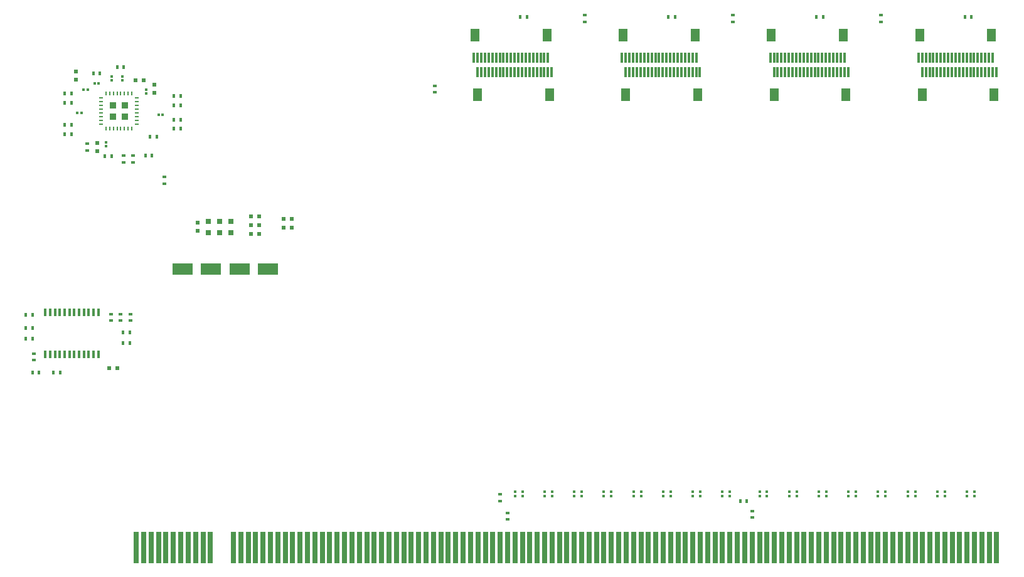
<source format=gbr>
%TF.GenerationSoftware,KiCad,Pcbnew,(5.1.5)-3*%
%TF.CreationDate,2022-02-01T02:21:16+01:00*%
%TF.ProjectId,Riser Leopard 2OU PCIe x8 4xOculink,52697365-7220-44c6-956f-706172642032,rev?*%
%TF.SameCoordinates,PX459e440PY54cbc38*%
%TF.FileFunction,Paste,Top*%
%TF.FilePolarity,Positive*%
%FSLAX46Y46*%
G04 Gerber Fmt 4.6, Leading zero omitted, Abs format (unit mm)*
G04 Created by KiCad (PCBNEW (5.1.5)-3) date 2022-02-01 02:21:16*
%MOMM*%
%LPD*%
G04 APERTURE LIST*
%ADD10R,0.400000X0.600000*%
%ADD11R,0.800000X4.200000*%
%ADD12R,2.800000X1.600000*%
%ADD13R,0.600000X0.500000*%
%ADD14R,0.750000X0.800000*%
%ADD15R,0.500000X0.600000*%
%ADD16R,0.350000X0.300000*%
%ADD17R,0.300000X0.350000*%
%ADD18R,0.310000X1.400000*%
%ADD19R,1.200000X1.800000*%
%ADD20R,0.600000X0.400000*%
%ADD21R,0.930000X0.930000*%
%ADD22R,0.250000X0.600000*%
%ADD23R,0.600000X0.250000*%
%ADD24R,0.400000X1.100000*%
G04 APERTURE END LIST*
D10*
%TO.C,R34*%
X14800000Y-17035000D03*
X15700000Y-17035000D03*
%TD*%
D11*
%TO.C,J1*%
X74700000Y-46085000D03*
X77700000Y-46085000D03*
X85700000Y-46085000D03*
X97700000Y-46085000D03*
X86700000Y-46085000D03*
X89700000Y-46085000D03*
X73700000Y-46085000D03*
X80700000Y-46085000D03*
X91700000Y-46085000D03*
X93700000Y-46085000D03*
X81700000Y-46085000D03*
X75700000Y-46085000D03*
X87700000Y-46085000D03*
X94700000Y-46085000D03*
X95700000Y-46085000D03*
X84700000Y-46085000D03*
X90700000Y-46085000D03*
X83700000Y-46085000D03*
X79700000Y-46085000D03*
X76700000Y-46085000D03*
X82700000Y-46085000D03*
X99700000Y-46085000D03*
X98700000Y-46085000D03*
X88700000Y-46085000D03*
X78700000Y-46085000D03*
X92700000Y-46085000D03*
X96700000Y-46085000D03*
X72700000Y-46085000D03*
X64700000Y-46085000D03*
X58700000Y-46085000D03*
X60700000Y-46085000D03*
X56700000Y-46085000D03*
X50700000Y-46085000D03*
X48700000Y-46085000D03*
X40700000Y-46085000D03*
X55700000Y-46085000D03*
X46700000Y-46085000D03*
X42700000Y-46085000D03*
X54700000Y-46085000D03*
X44700000Y-46085000D03*
X41700000Y-46085000D03*
X52700000Y-46085000D03*
X71700000Y-46085000D03*
X70700000Y-46085000D03*
X69700000Y-46085000D03*
X68700000Y-46085000D03*
X59700000Y-46085000D03*
X57700000Y-46085000D03*
X51700000Y-46085000D03*
X49700000Y-46085000D03*
X66700000Y-46085000D03*
X67700000Y-46085000D03*
X45700000Y-46085000D03*
X61700000Y-46085000D03*
X53700000Y-46085000D03*
X43700000Y-46085000D03*
X65700000Y-46085000D03*
X47700000Y-46085000D03*
X63700000Y-46085000D03*
X62700000Y-46085000D03*
X29700000Y-46085000D03*
X16600000Y-46085000D03*
X36700000Y-46085000D03*
X35700000Y-46085000D03*
X34700000Y-46085000D03*
X33700000Y-46085000D03*
X31700000Y-46085000D03*
X30700000Y-46085000D03*
X39700000Y-46085000D03*
X38700000Y-46085000D03*
X32700000Y-46085000D03*
X37700000Y-46085000D03*
X21600000Y-46085000D03*
X24600000Y-46085000D03*
X23600000Y-46085000D03*
X19600000Y-46085000D03*
X22600000Y-46085000D03*
X20600000Y-46085000D03*
X25600000Y-46085000D03*
X26600000Y-46085000D03*
X17600000Y-46085000D03*
X18600000Y-46085000D03*
X100700000Y-46085000D03*
X101700000Y-46085000D03*
X102700000Y-46085000D03*
X103700000Y-46085000D03*
X104700000Y-46085000D03*
X105700000Y-46085000D03*
X106700000Y-46085000D03*
X107700000Y-46085000D03*
X108700000Y-46085000D03*
X109700000Y-46085000D03*
X110700000Y-46085000D03*
X111700000Y-46085000D03*
X112700000Y-46085000D03*
X113700000Y-46085000D03*
X114700000Y-46085000D03*
X115700000Y-46085000D03*
X116700000Y-46085000D03*
X117700000Y-46085000D03*
X118700000Y-46085000D03*
X119700000Y-46085000D03*
X120700000Y-46085000D03*
X121700000Y-46085000D03*
X122700000Y-46085000D03*
X123700000Y-46085000D03*
X124700000Y-46085000D03*
X125700000Y-46085000D03*
X126700000Y-46085000D03*
X127700000Y-46085000D03*
X128700000Y-46085000D03*
X129700000Y-46085000D03*
X130700000Y-46085000D03*
X131700000Y-46085000D03*
X132700000Y-46085000D03*
%TD*%
D12*
%TO.C,C1*%
X30550000Y-8485000D03*
X34350000Y-8485000D03*
%TD*%
D13*
%TO.C,C2*%
X32100000Y-1385000D03*
X33200000Y-1385000D03*
%TD*%
%TO.C,C3*%
X33200000Y-2560000D03*
X32100000Y-2560000D03*
%TD*%
%TO.C,C4*%
X33200000Y-3735000D03*
X32100000Y-3735000D03*
%TD*%
%TO.C,C5*%
X37600000Y-1685000D03*
X36500000Y-1685000D03*
%TD*%
%TO.C,C6*%
X36495001Y-2890001D03*
X37595001Y-2890001D03*
%TD*%
D12*
%TO.C,C7*%
X22875000Y-8485000D03*
X26675000Y-8485000D03*
%TD*%
D14*
%TO.C,C8*%
X29400000Y-2035000D03*
X29400000Y-3535000D03*
%TD*%
%TO.C,C9*%
X27850000Y-3535000D03*
X27850000Y-2035000D03*
%TD*%
%TO.C,C10*%
X26300000Y-2035000D03*
X26300000Y-3535000D03*
%TD*%
D15*
%TO.C,C11*%
X24875000Y-3335000D03*
X24875000Y-2235000D03*
%TD*%
D16*
%TO.C,C12*%
X83700000Y-38555000D03*
X83700000Y-39115000D03*
%TD*%
%TO.C,C13*%
X87700000Y-38555000D03*
X87700000Y-39115000D03*
%TD*%
%TO.C,C14*%
X91700000Y-38555000D03*
X91700000Y-39115000D03*
%TD*%
%TO.C,C15*%
X95700000Y-39115000D03*
X95700000Y-38555000D03*
%TD*%
%TO.C,C16*%
X84700000Y-39115000D03*
X84700000Y-38555000D03*
%TD*%
%TO.C,C17*%
X88700000Y-39115000D03*
X88700000Y-38555000D03*
%TD*%
%TO.C,C18*%
X92700000Y-39115000D03*
X92700000Y-38555000D03*
%TD*%
%TO.C,C19*%
X96700000Y-39115000D03*
X96700000Y-38555000D03*
%TD*%
%TO.C,C20*%
X67700000Y-38555000D03*
X67700000Y-39115000D03*
%TD*%
%TO.C,C21*%
X71700000Y-38555000D03*
X71700000Y-39115000D03*
%TD*%
%TO.C,C22*%
X75700000Y-38555000D03*
X75700000Y-39115000D03*
%TD*%
%TO.C,C23*%
X79700000Y-38555000D03*
X79700000Y-39115000D03*
%TD*%
%TO.C,C24*%
X68700000Y-39115000D03*
X68700000Y-38555000D03*
%TD*%
%TO.C,C25*%
X72700000Y-39115000D03*
X72700000Y-38555000D03*
%TD*%
%TO.C,C26*%
X76700000Y-39115000D03*
X76700000Y-38555000D03*
%TD*%
%TO.C,C27*%
X80700000Y-39115000D03*
X80700000Y-38555000D03*
%TD*%
%TO.C,C28*%
X116700000Y-38555000D03*
X116700000Y-39115000D03*
%TD*%
%TO.C,C29*%
X120700000Y-39115000D03*
X120700000Y-38555000D03*
%TD*%
%TO.C,C30*%
X124700000Y-39115000D03*
X124700000Y-38555000D03*
%TD*%
%TO.C,C31*%
X128700000Y-39115000D03*
X128700000Y-38555000D03*
%TD*%
%TO.C,C32*%
X117700000Y-38555000D03*
X117700000Y-39115000D03*
%TD*%
%TO.C,C33*%
X121700000Y-38555000D03*
X121700000Y-39115000D03*
%TD*%
%TO.C,C34*%
X125700000Y-38555000D03*
X125700000Y-39115000D03*
%TD*%
%TO.C,C35*%
X129700000Y-38555000D03*
X129700000Y-39115000D03*
%TD*%
%TO.C,C36*%
X100700000Y-39115000D03*
X100700000Y-38555000D03*
%TD*%
%TO.C,C37*%
X104700000Y-39115000D03*
X104700000Y-38555000D03*
%TD*%
%TO.C,C38*%
X108700000Y-39115000D03*
X108700000Y-38555000D03*
%TD*%
%TO.C,C39*%
X112700000Y-38555000D03*
X112700000Y-39115000D03*
%TD*%
%TO.C,C40*%
X101700000Y-38555000D03*
X101700000Y-39115000D03*
%TD*%
%TO.C,C41*%
X105700000Y-38555000D03*
X105700000Y-39115000D03*
%TD*%
%TO.C,C42*%
X109700000Y-38555000D03*
X109700000Y-39115000D03*
%TD*%
%TO.C,C43*%
X113700000Y-39115000D03*
X113700000Y-38555000D03*
%TD*%
%TO.C,C44*%
X12500000Y8645000D03*
X12500000Y8085000D03*
%TD*%
D17*
%TO.C,C45*%
X11530000Y16615000D03*
X10970000Y16615000D03*
%TD*%
D16*
%TO.C,C46*%
X14700000Y17545000D03*
X14700000Y16985000D03*
%TD*%
D15*
%TO.C,C47*%
X11300000Y8540000D03*
X11300000Y7440000D03*
%TD*%
D13*
%TO.C,C48*%
X17600000Y17015000D03*
X16500000Y17015000D03*
%TD*%
D15*
%TO.C,C49*%
X19075000Y15340000D03*
X19075000Y16440000D03*
%TD*%
%TO.C,C50*%
X8450000Y18165000D03*
X8450000Y17065000D03*
%TD*%
D17*
%TO.C,C51*%
X10030000Y15765000D03*
X9470000Y15765000D03*
%TD*%
%TO.C,C52*%
X19595000Y12365000D03*
X20155000Y12365000D03*
%TD*%
D16*
%TO.C,C53*%
X13300000Y16985000D03*
X13300000Y17545000D03*
%TD*%
D17*
%TO.C,C54*%
X8620000Y12615000D03*
X9180000Y12615000D03*
%TD*%
D16*
%TO.C,C55*%
X17925000Y15770000D03*
X17925000Y15210000D03*
%TD*%
D13*
%TO.C,C56*%
X14050000Y-21835000D03*
X12950000Y-21835000D03*
%TD*%
D18*
%TO.C,J2*%
X82650000Y18125000D03*
X83150000Y18125000D03*
X83650000Y18125000D03*
X84150000Y18125000D03*
X84650000Y18125000D03*
X85150000Y18125000D03*
X85650000Y18125000D03*
X86150000Y18125000D03*
X86650000Y18125000D03*
X87150000Y18125000D03*
X87650000Y18125000D03*
X88150000Y18125000D03*
X88650000Y18125000D03*
X89150000Y18125000D03*
X89650000Y18125000D03*
X90150000Y18125000D03*
X90650000Y18125000D03*
X91150000Y18125000D03*
X91650000Y18125000D03*
X92150000Y18125000D03*
X92650000Y18125000D03*
X82150000Y20025000D03*
X82650000Y20025000D03*
X83150000Y20025000D03*
X83650000Y20025000D03*
X84150000Y20025000D03*
X84650000Y20025000D03*
X85150000Y20025000D03*
X85650000Y20025000D03*
X86150000Y20025000D03*
X86650000Y20025000D03*
X87150000Y20025000D03*
X87650000Y20025000D03*
X88150000Y20025000D03*
X88650000Y20025000D03*
X89150000Y20025000D03*
X89650000Y20025000D03*
X90150000Y20025000D03*
X90650000Y20025000D03*
X91150000Y20025000D03*
X91650000Y20025000D03*
X92150000Y20025000D03*
D19*
X82650000Y15075000D03*
X82300000Y23075000D03*
X92000000Y23075000D03*
X92350000Y15075000D03*
%TD*%
%TO.C,J3*%
X72350000Y15075000D03*
X72000000Y23075000D03*
X62300000Y23075000D03*
X62650000Y15075000D03*
D18*
X72150000Y20025000D03*
X71650000Y20025000D03*
X71150000Y20025000D03*
X70650000Y20025000D03*
X70150000Y20025000D03*
X69650000Y20025000D03*
X69150000Y20025000D03*
X68650000Y20025000D03*
X68150000Y20025000D03*
X67650000Y20025000D03*
X67150000Y20025000D03*
X66650000Y20025000D03*
X66150000Y20025000D03*
X65650000Y20025000D03*
X65150000Y20025000D03*
X64650000Y20025000D03*
X64150000Y20025000D03*
X63650000Y20025000D03*
X63150000Y20025000D03*
X62650000Y20025000D03*
X62150000Y20025000D03*
X72650000Y18125000D03*
X72150000Y18125000D03*
X71650000Y18125000D03*
X71150000Y18125000D03*
X70650000Y18125000D03*
X70150000Y18125000D03*
X69650000Y18125000D03*
X69150000Y18125000D03*
X68650000Y18125000D03*
X68150000Y18125000D03*
X67650000Y18125000D03*
X67150000Y18125000D03*
X66650000Y18125000D03*
X66150000Y18125000D03*
X65650000Y18125000D03*
X65150000Y18125000D03*
X64650000Y18125000D03*
X64150000Y18125000D03*
X63650000Y18125000D03*
X63150000Y18125000D03*
X62650000Y18125000D03*
%TD*%
D19*
%TO.C,J4*%
X132350000Y15075000D03*
X132000000Y23075000D03*
X122300000Y23075000D03*
X122650000Y15075000D03*
D18*
X132150000Y20025000D03*
X131650000Y20025000D03*
X131150000Y20025000D03*
X130650000Y20025000D03*
X130150000Y20025000D03*
X129650000Y20025000D03*
X129150000Y20025000D03*
X128650000Y20025000D03*
X128150000Y20025000D03*
X127650000Y20025000D03*
X127150000Y20025000D03*
X126650000Y20025000D03*
X126150000Y20025000D03*
X125650000Y20025000D03*
X125150000Y20025000D03*
X124650000Y20025000D03*
X124150000Y20025000D03*
X123650000Y20025000D03*
X123150000Y20025000D03*
X122650000Y20025000D03*
X122150000Y20025000D03*
X132650000Y18125000D03*
X132150000Y18125000D03*
X131650000Y18125000D03*
X131150000Y18125000D03*
X130650000Y18125000D03*
X130150000Y18125000D03*
X129650000Y18125000D03*
X129150000Y18125000D03*
X128650000Y18125000D03*
X128150000Y18125000D03*
X127650000Y18125000D03*
X127150000Y18125000D03*
X126650000Y18125000D03*
X126150000Y18125000D03*
X125650000Y18125000D03*
X125150000Y18125000D03*
X124650000Y18125000D03*
X124150000Y18125000D03*
X123650000Y18125000D03*
X123150000Y18125000D03*
X122650000Y18125000D03*
%TD*%
%TO.C,J5*%
X102650000Y18125000D03*
X103150000Y18125000D03*
X103650000Y18125000D03*
X104150000Y18125000D03*
X104650000Y18125000D03*
X105150000Y18125000D03*
X105650000Y18125000D03*
X106150000Y18125000D03*
X106650000Y18125000D03*
X107150000Y18125000D03*
X107650000Y18125000D03*
X108150000Y18125000D03*
X108650000Y18125000D03*
X109150000Y18125000D03*
X109650000Y18125000D03*
X110150000Y18125000D03*
X110650000Y18125000D03*
X111150000Y18125000D03*
X111650000Y18125000D03*
X112150000Y18125000D03*
X112650000Y18125000D03*
X102150000Y20025000D03*
X102650000Y20025000D03*
X103150000Y20025000D03*
X103650000Y20025000D03*
X104150000Y20025000D03*
X104650000Y20025000D03*
X105150000Y20025000D03*
X105650000Y20025000D03*
X106150000Y20025000D03*
X106650000Y20025000D03*
X107150000Y20025000D03*
X107650000Y20025000D03*
X108150000Y20025000D03*
X108650000Y20025000D03*
X109150000Y20025000D03*
X109650000Y20025000D03*
X110150000Y20025000D03*
X110650000Y20025000D03*
X111150000Y20025000D03*
X111650000Y20025000D03*
X112150000Y20025000D03*
D19*
X102650000Y15075000D03*
X102300000Y23075000D03*
X112000000Y23075000D03*
X112350000Y15075000D03*
%TD*%
D20*
%TO.C,R1*%
X66700000Y-42285000D03*
X66700000Y-41385000D03*
%TD*%
D10*
%TO.C,R2*%
X99000000Y-39785000D03*
X98100000Y-39785000D03*
%TD*%
D20*
%TO.C,R3*%
X20400000Y3065000D03*
X20400000Y3965000D03*
%TD*%
%TO.C,R4*%
X99700000Y-42035000D03*
X99700000Y-41135000D03*
%TD*%
%TO.C,R5*%
X65700000Y-38885000D03*
X65700000Y-39785000D03*
%TD*%
%TO.C,R6*%
X77100000Y25815000D03*
X77100000Y24915000D03*
%TD*%
%TO.C,R7*%
X56850000Y15365000D03*
X56850000Y16265000D03*
%TD*%
D10*
%TO.C,R8*%
X88400000Y25565000D03*
X89300000Y25565000D03*
%TD*%
%TO.C,R9*%
X68400000Y25565000D03*
X69300000Y25565000D03*
%TD*%
D20*
%TO.C,R10*%
X117100000Y24915000D03*
X117100000Y25815000D03*
%TD*%
%TO.C,R11*%
X97100000Y24915000D03*
X97100000Y25815000D03*
%TD*%
D10*
%TO.C,R12*%
X129300000Y25565000D03*
X128400000Y25565000D03*
%TD*%
%TO.C,R13*%
X108400000Y25565000D03*
X109300000Y25565000D03*
%TD*%
%TO.C,R14*%
X19375000Y9415000D03*
X18475000Y9415000D03*
%TD*%
D20*
%TO.C,R15*%
X14900000Y5940000D03*
X14900000Y6840000D03*
%TD*%
%TO.C,R16*%
X16125000Y6840000D03*
X16125000Y5940000D03*
%TD*%
D10*
%TO.C,R17*%
X10800000Y17915000D03*
X11700000Y17915000D03*
%TD*%
%TO.C,R18*%
X12375000Y6765000D03*
X13275000Y6765000D03*
%TD*%
%TO.C,R19*%
X17825000Y6865000D03*
X18725000Y6865000D03*
%TD*%
%TO.C,R20*%
X14900000Y18815000D03*
X14000000Y18815000D03*
%TD*%
D20*
%TO.C,R21*%
X9975000Y8440000D03*
X9975000Y7540000D03*
%TD*%
D10*
%TO.C,R22*%
X7850000Y15215000D03*
X6950000Y15215000D03*
%TD*%
%TO.C,R23*%
X6950000Y13990000D03*
X7850000Y13990000D03*
%TD*%
%TO.C,R24*%
X7850000Y10965000D03*
X6950000Y10965000D03*
%TD*%
%TO.C,R25*%
X6950000Y9740000D03*
X7850000Y9740000D03*
%TD*%
%TO.C,R26*%
X22600000Y11690000D03*
X21700000Y11690000D03*
%TD*%
%TO.C,R27*%
X21700000Y10465000D03*
X22600000Y10465000D03*
%TD*%
%TO.C,R28*%
X22600000Y14890000D03*
X21700000Y14890000D03*
%TD*%
%TO.C,R29*%
X21700000Y13665000D03*
X22600000Y13665000D03*
%TD*%
D20*
%TO.C,R30*%
X15850000Y-14535000D03*
X15850000Y-15435000D03*
%TD*%
%TO.C,R31*%
X14500000Y-14535000D03*
X14500000Y-15435000D03*
%TD*%
%TO.C,R32*%
X13200000Y-14535000D03*
X13200000Y-15435000D03*
%TD*%
D10*
%TO.C,R33*%
X14800000Y-18435000D03*
X15700000Y-18435000D03*
%TD*%
%TO.C,R35*%
X1700000Y-17885000D03*
X2600000Y-17885000D03*
%TD*%
D20*
%TO.C,R36*%
X2800000Y-20785000D03*
X2800000Y-19885000D03*
%TD*%
D10*
%TO.C,R37*%
X2600000Y-14685000D03*
X1700000Y-14685000D03*
%TD*%
%TO.C,R38*%
X2600000Y-16435000D03*
X1700000Y-16435000D03*
%TD*%
%TO.C,R39*%
X6300000Y-22435000D03*
X5400000Y-22435000D03*
%TD*%
%TO.C,R40*%
X2600000Y-22435000D03*
X3500000Y-22435000D03*
%TD*%
D21*
%TO.C,U2*%
X15025000Y12090000D03*
D22*
X12500000Y15265000D03*
X13000000Y15265000D03*
X13500000Y15265000D03*
X14000000Y15265000D03*
X14500000Y15265000D03*
X15000000Y15265000D03*
X15500000Y15265000D03*
X16000000Y15265000D03*
D23*
X16650000Y14615000D03*
X16650000Y14115000D03*
X16650000Y13615000D03*
X16650000Y13115000D03*
X16650000Y12615000D03*
X16650000Y12115000D03*
X16650000Y11615000D03*
X16650000Y11115000D03*
D22*
X16000000Y10465000D03*
X15500000Y10465000D03*
X15000000Y10465000D03*
X14500000Y10465000D03*
X14000000Y10465000D03*
X13500000Y10465000D03*
X13000000Y10465000D03*
X12500000Y10465000D03*
D23*
X11850000Y11115000D03*
X11850000Y11615000D03*
X11850000Y12115000D03*
X11850000Y12615000D03*
X11850000Y13115000D03*
X11850000Y13615000D03*
X11850000Y14115000D03*
X11850000Y14615000D03*
D21*
X15025000Y13640000D03*
X13475000Y13640000D03*
X13475000Y12090000D03*
%TD*%
D24*
%TO.C,U3*%
X11475000Y-19985000D03*
X10825000Y-19985000D03*
X10175000Y-19985000D03*
X9525000Y-19985000D03*
X8875000Y-19985000D03*
X8225000Y-19985000D03*
X7575000Y-19985000D03*
X6925000Y-19985000D03*
X6275000Y-19985000D03*
X5625000Y-19985000D03*
X4975000Y-19985000D03*
X4325000Y-19985000D03*
X4325000Y-14285000D03*
X4975000Y-14285000D03*
X5625000Y-14285000D03*
X6275000Y-14285000D03*
X6925000Y-14285000D03*
X7575000Y-14285000D03*
X8225000Y-14285000D03*
X8875000Y-14285000D03*
X9525000Y-14285000D03*
X10175000Y-14285000D03*
X10825000Y-14285000D03*
X11475000Y-14285000D03*
%TD*%
M02*

</source>
